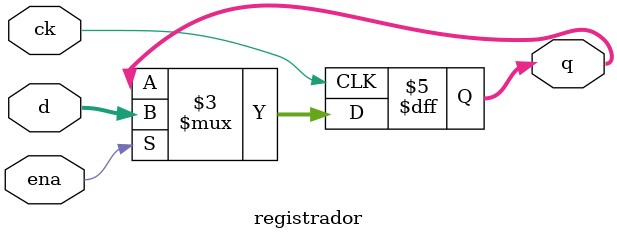
<source format=v>
module registrador(
    input ck,
    input ena,
    input [5:0] d,
    output reg [5:0] q
);


always @(posedge ck)
    if (ena == 1) 
        q <= d;
endmodule
</source>
